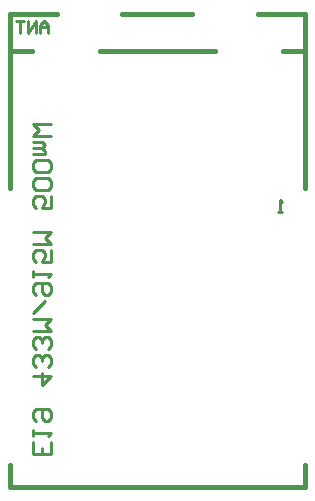
<source format=gbo>
G04*
G04 #@! TF.GenerationSoftware,Altium Limited,Altium Designer,20.0.1 (14)*
G04*
G04 Layer_Color=32896*
%FSLAX44Y44*%
%MOMM*%
G71*
G01*
G75*
%ADD10C,0.2540*%
%ADD70C,0.4000*%
D10*
X109500Y541000D02*
Y547664D01*
X106168Y550997D01*
X102836Y547664D01*
Y541000D01*
Y545998D01*
X109500D01*
X99503Y541000D02*
Y550997D01*
X92839Y541000D01*
Y550997D01*
X89507D02*
X82842D01*
X86174D01*
Y541000D01*
X112735Y195157D02*
Y185000D01*
X97500D01*
Y195157D01*
X105118Y185000D02*
Y190078D01*
X97500Y200235D02*
Y205313D01*
Y202774D01*
X112735D01*
X110196Y200235D01*
X100039Y212931D02*
X97500Y215470D01*
Y220548D01*
X100039Y223088D01*
X110196D01*
X112735Y220548D01*
Y215470D01*
X110196Y212931D01*
X107657D01*
X105118Y215470D01*
Y223088D01*
X97500Y251019D02*
X112735D01*
X105118Y243401D01*
Y253558D01*
X110196Y258636D02*
X112735Y261175D01*
Y266254D01*
X110196Y268793D01*
X107657D01*
X105118Y266254D01*
Y263715D01*
Y266254D01*
X102578Y268793D01*
X100039D01*
X97500Y266254D01*
Y261175D01*
X100039Y258636D01*
X110196Y273871D02*
X112735Y276410D01*
Y281489D01*
X110196Y284028D01*
X107657D01*
X105118Y281489D01*
Y278950D01*
Y281489D01*
X102578Y284028D01*
X100039D01*
X97500Y281489D01*
Y276410D01*
X100039Y273871D01*
X97500Y289106D02*
X112735D01*
X107657Y294185D01*
X112735Y299263D01*
X97500D01*
Y304341D02*
X107657Y314498D01*
X100039Y319576D02*
X97500Y322116D01*
Y327194D01*
X100039Y329733D01*
X110196D01*
X112735Y327194D01*
Y322116D01*
X110196Y319576D01*
X107657D01*
X105118Y322116D01*
Y329733D01*
X97500Y334812D02*
Y339890D01*
Y337351D01*
X112735D01*
X110196Y334812D01*
X112735Y357664D02*
Y347507D01*
X105118D01*
X107657Y352586D01*
Y355125D01*
X105118Y357664D01*
X100039D01*
X97500Y355125D01*
Y350047D01*
X100039Y347507D01*
X97500Y362743D02*
X112735D01*
X107657Y367821D01*
X112735Y372899D01*
X97500D01*
X112735Y403369D02*
Y393213D01*
X105118D01*
X107657Y398291D01*
Y400830D01*
X105118Y403369D01*
X100039D01*
X97500Y400830D01*
Y395752D01*
X100039Y393213D01*
X110196Y408448D02*
X112735Y410987D01*
Y416065D01*
X110196Y418604D01*
X100039D01*
X97500Y416065D01*
Y410987D01*
X100039Y408448D01*
X110196D01*
Y423683D02*
X112735Y426222D01*
Y431300D01*
X110196Y433839D01*
X100039D01*
X97500Y431300D01*
Y426222D01*
X100039Y423683D01*
X110196D01*
X97500Y438918D02*
X107657D01*
Y441457D01*
X105118Y443996D01*
X97500D01*
X105118D01*
X107657Y446535D01*
X105118Y449075D01*
X97500D01*
X112735Y454153D02*
X97500D01*
X102578Y459231D01*
X97500Y464310D01*
X112735D01*
X307500Y390000D02*
X304168D01*
X305834D01*
Y399997D01*
X307500Y398331D01*
D70*
X153500Y526000D02*
X251100D01*
X327500Y410000D02*
Y557000D01*
Y157000D02*
Y175000D01*
X77500Y157000D02*
X327500D01*
X77500Y557000D02*
X117500D01*
X172100D02*
X232100D01*
X287500D02*
X327500D01*
X77500Y410000D02*
Y557000D01*
Y157000D02*
Y175000D01*
Y526000D02*
X96500D01*
X308500D02*
X327500D01*
M02*

</source>
